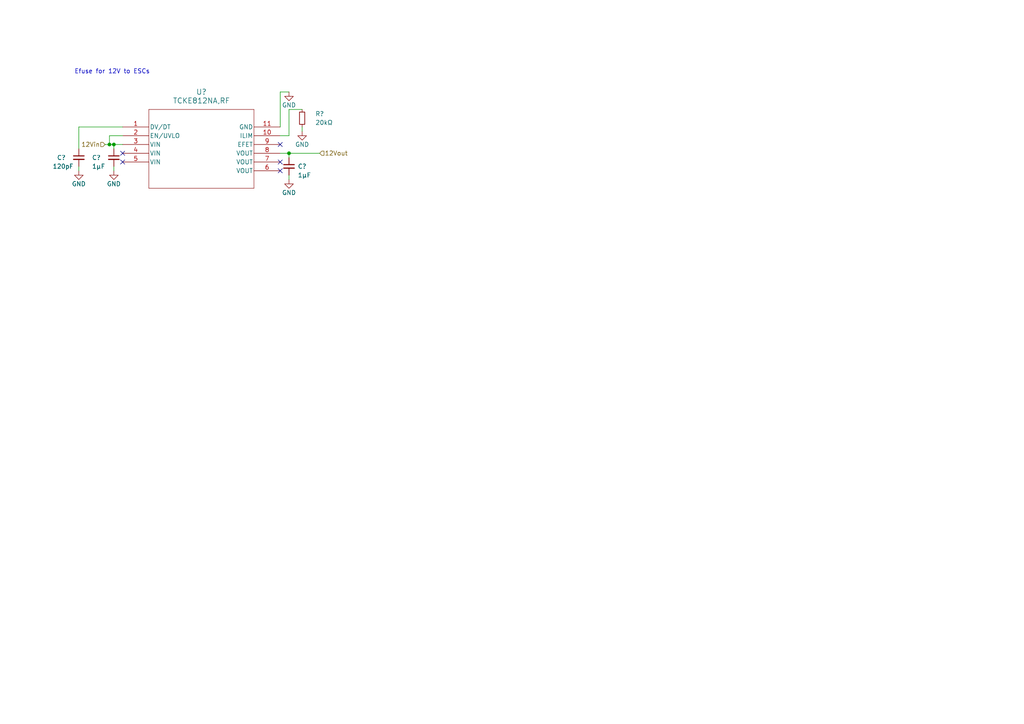
<source format=kicad_sch>
(kicad_sch (version 20230409) (generator eeschema)
  (paper "A4")
  (lib_symbols
    (symbol "Device:C_Small" (pin_numbers hide) (pin_names (offset 0.254) hide)
      (property "Reference" "C" (at 0.254 1.778 0))
      (property "Value" "C_Small" (at 0.254 -2.032 0))
      (symbol "C_Small_0_1"
        (polyline (pts (xy -1.524 -0.508) (xy 1.524 -0.508)) (stroke (width 0.3302)))
        (polyline (pts (xy -1.524 0.508) (xy 1.524 0.508)) (stroke (width 0.3048)))
      )
      (symbol "C_Small_1_1"
        (pin passive line (at 0 2.54 270) (length 2.032) (name "~") (number "1"))
        (pin passive line (at 0 -2.54 90) (length 2.032) (name "~") (number "2"))
      )
    )
    (symbol "Device:R_Small" (pin_numbers hide) (pin_names (offset 0.254) hide)
      (property "Reference" "R" (at 0.762 0.508 0))
      (property "Value" "R_Small" (at 0.762 -1.016 0))
      (symbol "R_Small_0_1"
        (rectangle (start -0.762 1.778) (end 0.762 -1.778) (stroke (width 0.2032)))
      )
      (symbol "R_Small_1_1"
        (pin passive line (at 0 2.54 270) (length 0.762) (name "~") (number "1"))
        (pin passive line (at 0 -2.54 90) (length 0.762) (name "~") (number "2"))
      )
    )
    (symbol "TCKE812NA,RF:TCKE812NA" (pin_names (offset 0.254))
      (property "Reference" "U" (at 22.86 10.16 0))
      (property "Value" "TCKE812NA" (at 22.86 7.62 0))
      (symbol "TCKE812NA_0_1"
        (polyline (pts (xy 7.62 -17.78) (xy 38.1 -17.78)) (stroke (width 0.127)))
        (polyline (pts (xy 7.62 5.08) (xy 7.62 -17.78)) (stroke (width 0.127)))
        (polyline (pts (xy 38.1 -17.78) (xy 38.1 5.08)) (stroke (width 0.127)))
        (polyline (pts (xy 38.1 5.08) (xy 7.62 5.08)) (stroke (width 0.127)))
        (pin input line (at 0 0 0) (length 7.62) (name "DV/DT") (number "1"))
        (pin input line (at 45.72 -2.54 180) (length 7.62) (name "ILIM") (number "10"))
        (pin power_out line (at 45.72 0 180) (length 7.62) (name "GND") (number "11"))
        (pin unspecified line (at 0 -2.54 0) (length 7.62) (name "EN/UVLO") (number "2"))
        (pin input line (at 0 -5.08 0) (length 7.62) (name "VIN") (number "3"))
        (pin input line (at 0 -7.62 0) (length 7.62) (name "VIN") (number "4"))
        (pin input line (at 0 -10.16 0) (length 7.62) (name "VIN") (number "5"))
        (pin output line (at 45.72 -12.7 180) (length 7.62) (name "VOUT") (number "6"))
        (pin output line (at 45.72 -10.16 180) (length 7.62) (name "VOUT") (number "7"))
        (pin output line (at 45.72 -7.62 180) (length 7.62) (name "VOUT") (number "8"))
        (pin unspecified line (at 45.72 -5.08 180) (length 7.62) (name "EFET") (number "9"))
      )
    )
    (symbol "power:GND" (power) (pin_names (offset 0))
      (property "Value" "GND" (at 0 -3.81 0))
      (symbol "GND_0_1"
        (polyline (pts (xy 0 0) (xy 0 -1.27) (xy 1.27 -1.27) (xy 0 -2.54) (xy -1.27 -1.27) (xy 0 -1.27)))
      )
      (symbol "GND_1_1"
        (pin power_in line (at 0 0 270) (length 0) hide (name "GND") (number "1"))
      )
    )
  )
  (junction (at 33.02 41.91))
  (junction (at 83.82 44.45))
  (junction (at 31.75 41.91))
  (no_connect (at 81.28 41.91))
  (no_connect (at 81.28 46.99))
  (no_connect (at 35.56 44.45))
  (no_connect (at 35.56 46.99))
  (no_connect (at 81.28 49.53))
  (wire (pts (xy 83.82 44.45) (xy 92.71 44.45)))
  (wire (pts (xy 87.63 36.83) (xy 87.63 38.1)))
  (wire (pts (xy 33.02 41.91) (xy 33.02 43.18)))
  (wire (pts (xy 81.28 26.67) (xy 81.28 36.83)))
  (wire (pts (xy 81.28 44.45) (xy 83.82 44.45)))
  (wire (pts (xy 31.75 41.91) (xy 33.02 41.91)))
  (wire (pts (xy 83.82 50.8) (xy 83.82 52.07)))
  (wire (pts (xy 83.82 31.75) (xy 83.82 39.37)))
  (wire (pts (xy 35.56 36.83) (xy 22.86 36.83)))
  (wire (pts (xy 22.86 36.83) (xy 22.86 43.18)))
  (wire (pts (xy 33.02 48.26) (xy 33.02 49.53)))
  (wire (pts (xy 31.75 39.37) (xy 31.75 41.91)))
  (wire (pts (xy 30.48 41.91) (xy 31.75 41.91)))
  (wire (pts (xy 35.56 39.37) (xy 31.75 39.37)))
  (wire (pts (xy 87.63 31.75) (xy 83.82 31.75)))
  (wire (pts (xy 22.86 48.26) (xy 22.86 49.53)))
  (wire (pts (xy 81.28 26.67) (xy 83.82 26.67)))
  (wire (pts (xy 83.82 44.45) (xy 83.82 45.72)))
  (wire (pts (xy 33.02 41.91) (xy 35.56 41.91)))
  (wire (pts (xy 81.28 39.37) (xy 83.82 39.37)))
  (text "Efuse for 12V to ESCs\n" (at 21.59 21.59 0) (effects (font (size 1.27 1.27)) (justify left bottom)))
  (hierarchical_label "12Vout" (shape input) (at 92.71 44.45 0))
  (hierarchical_label "12Vin" (shape input) (at 30.48 41.91 180))
  (symbol (lib_id "Device:C_Small") (at 83.82 48.26 0) (unit 1)
    (property "Reference" "C?" (at 86.36 48.26 0) (effects (justify left)))
    (property "Value" "1μF" (at 86.36 50.8 0) (effects (justify left)))
    (property "Footprint" "Capacitor_SMD:C_0603_1608Metric" (effects hide))
    (instances (project "ESC_Carrier" (path "" (reference "C?") (unit 1)) (path "" (reference "C3") (unit 1)) (path "" (reference "C6") (unit 1)) (path "" (reference "C9") (unit 1)) (path "" (reference "C12") (unit 1)) (path "" (reference "C15") (unit 1)) (path "" (reference "C18") (unit 1)) (path "" (reference "C21") (unit 1)) (path "" (reference "C24") (unit 1))))
  )
  (symbol (lib_id "power:GND") (at 87.63 38.1 0) (unit 1)
    (property "Reference" "#PWR055" (effects hide))
    (property "Value" "GND" (at 87.63 41.91 0))
    (instances (project "ESC_Carrier" (path "" (reference "#PWR055") (unit 1)) (path "" (reference "#PWR05") (unit 1)) (path "" (reference "#PWR013") (unit 1)) (path "" (reference "#PWR019") (unit 1)) (path "" (reference "#PWR025") (unit 1)) (path "" (reference "#PWR031") (unit 1)) (path "" (reference "#PWR037") (unit 1)) (path "" (reference "#PWR043") (unit 1)) (path "" (reference "#PWR049") (unit 1))))
  )
  (symbol (lib_id "power:GND") (at 83.82 26.67 0) (unit 1)
    (property "Reference" "#PWR053" (effects hide))
    (property "Value" "GND" (at 83.82 30.48 0))
    (instances (project "ESC_Carrier" (path "" (reference "#PWR053") (unit 1)) (path "" (reference "#PWR03") (unit 1)) (path "" (reference "#PWR011") (unit 1)) (path "" (reference "#PWR017") (unit 1)) (path "" (reference "#PWR023") (unit 1)) (path "" (reference "#PWR029") (unit 1)) (path "" (reference "#PWR035") (unit 1)) (path "" (reference "#PWR041") (unit 1)) (path "" (reference "#PWR047") (unit 1))))
  )
  (symbol (lib_id "Device:C_Small") (at 33.02 45.72 0) (unit 1)
    (property "Reference" "C?" (at 26.67 45.72 0) (effects (justify left)))
    (property "Value" "1μF" (at 26.67 48.26 0) (effects (justify left)))
    (property "Footprint" "Capacitor_SMD:C_0603_1608Metric" (effects hide))
    (instances (project "ESC_Carrier" (path "" (reference "C?") (unit 1)) (path "" (reference "C2") (unit 1)) (path "" (reference "C5") (unit 1)) (path "" (reference "C8") (unit 1)) (path "" (reference "C11") (unit 1)) (path "" (reference "C14") (unit 1)) (path "" (reference "C17") (unit 1)) (path "" (reference "C20") (unit 1)) (path "" (reference "C23") (unit 1))))
  )
  (symbol (lib_id "power:GND") (at 33.02 49.53 0) (unit 1)
    (property "Reference" "#PWR052" (effects hide))
    (property "Value" "GND" (at 33.02 53.34 0))
    (instances (project "ESC_Carrier" (path "" (reference "#PWR052") (unit 1)) (path "" (reference "#PWR02") (unit 1)) (path "" (reference "#PWR09") (unit 1)) (path "" (reference "#PWR016") (unit 1)) (path "" (reference "#PWR022") (unit 1)) (path "" (reference "#PWR028") (unit 1)) (path "" (reference "#PWR034") (unit 1)) (path "" (reference "#PWR040") (unit 1)) (path "" (reference "#PWR046") (unit 1))))
  )
  (symbol (lib_id "power:GND") (at 83.82 52.07 0) (unit 1)
    (property "Reference" "#PWR054" (effects hide))
    (property "Value" "GND" (at 83.82 55.88 0))
    (instances (project "ESC_Carrier" (path "" (reference "#PWR054") (unit 1)) (path "" (reference "#PWR04") (unit 1)) (path "" (reference "#PWR012") (unit 1)) (path "" (reference "#PWR018") (unit 1)) (path "" (reference "#PWR024") (unit 1)) (path "" (reference "#PWR030") (unit 1)) (path "" (reference "#PWR036") (unit 1)) (path "" (reference "#PWR042") (unit 1)) (path "" (reference "#PWR048") (unit 1))))
  )
  (symbol (lib_id "TCKE812NA,RF:TCKE812NA") (at 35.56 36.83 0) (unit 1)
    (property "Reference" "U?" (at 58.42 26.67 0) (effects (font (size 1.524 1.524))))
    (property "Value" "TCKE812NA,RF" (at 58.42 29.21 0) (effects (font (size 1.524 1.524))))
    (property "Footprint" "TCKE812NA:WSON10B_TOS" (effects hide))
    (property "Datasheet" "TCKE812NA" (effects hide))
    (instances (project "ESC_Carrier" (path "" (reference "U?") (unit 1)) (path "" (reference "U1") (unit 1)) (path "" (reference "U2") (unit 1)) (path "" (reference "U3") (unit 1)) (path "" (reference "U4") (unit 1)) (path "" (reference "U5") (unit 1)) (path "" (reference "U6") (unit 1)) (path "" (reference "U7") (unit 1)) (path "" (reference "U8") (unit 1))))
  )
  (symbol (lib_id "Device:R_Small") (at 87.63 34.29 0) (unit 1)
    (property "Reference" "R?" (at 91.44 33.02 0) (effects (justify left)))
    (property "Value" "20kΩ" (at 91.44 35.56 0) (effects (justify left)))
    (property "Footprint" "Resistor_SMD:R_0603_1608Metric" (effects hide))
    (instances (project "ESC_Carrier" (path "" (reference "R?") (unit 1)) (path "" (reference "R1") (unit 1)) (path "" (reference "R2") (unit 1)) (path "" (reference "R3") (unit 1)) (path "" (reference "R4") (unit 1)) (path "" (reference "R5") (unit 1)) (path "" (reference "R6") (unit 1)) (path "" (reference "R7") (unit 1)) (path "" (reference "R8") (unit 1))))
  )
  (symbol (lib_id "Device:C_Small") (at 22.86 45.72 0) (unit 1)
    (property "Reference" "C?" (at 16.51 45.72 0) (effects (justify left)))
    (property "Value" "120pF" (at 15.24 48.26 0) (effects (justify left)))
    (property "Footprint" "Capacitor_SMD:C_0603_1608Metric" (effects hide))
    (instances (project "ESC_Carrier" (path "" (reference "C?") (unit 1)) (path "" (reference "C1") (unit 1)) (path "" (reference "C4") (unit 1)) (path "" (reference "C7") (unit 1)) (path "" (reference "C10") (unit 1)) (path "" (reference "C13") (unit 1)) (path "" (reference "C16") (unit 1)) (path "" (reference "C19") (unit 1)) (path "" (reference "C22") (unit 1))))
  )
  (symbol (lib_id "power:GND") (at 22.86 49.53 0) (unit 1)
    (property "Reference" "#PWR051" (effects hide))
    (property "Value" "GND" (at 22.86 53.34 0))
    (instances (project "ESC_Carrier" (path "" (reference "#PWR051") (unit 1)) (path "" (reference "#PWR01") (unit 1)) (path "" (reference "#PWR06") (unit 1)) (path "" (reference "#PWR015") (unit 1)) (path "" (reference "#PWR021") (unit 1)) (path "" (reference "#PWR027") (unit 1)) (path "" (reference "#PWR033") (unit 1)) (path "" (reference "#PWR039") (unit 1)) (path "" (reference "#PWR045") (unit 1))))
  )
)
</source>
